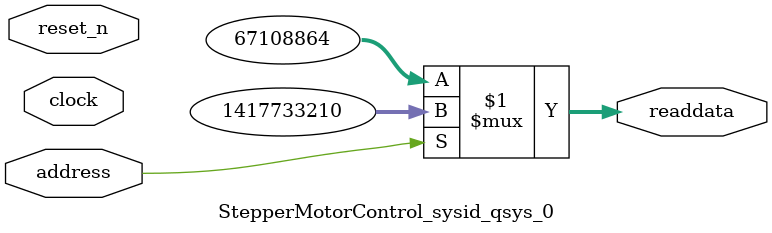
<source format=v>

`timescale 1ns / 1ps
// synthesis translate_on

// turn off superfluous verilog processor warnings 
// altera message_level Level1 
// altera message_off 10034 10035 10036 10037 10230 10240 10030 

module StepperMotorControl_sysid_qsys_0 (
               // inputs:
                address,
                clock,
                reset_n,

               // outputs:
                readdata
             )
;

  output  [ 31: 0] readdata;
  input            address;
  input            clock;
  input            reset_n;

  wire    [ 31: 0] readdata;
  //control_slave, which is an e_avalon_slave
  assign readdata = address ? 1417733210 : 67108864;

endmodule




</source>
